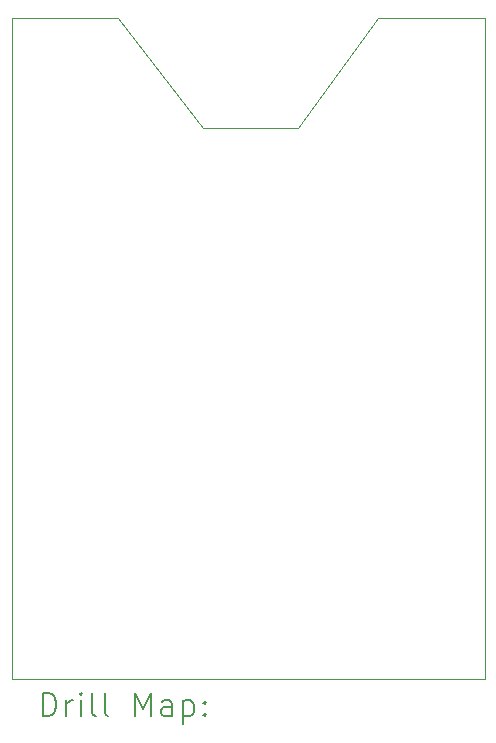
<source format=gbr>
%TF.GenerationSoftware,KiCad,Pcbnew,9.0.0*%
%TF.CreationDate,2025-04-04T06:59:11-07:00*%
%TF.ProjectId,XBee Pro THT Mounting PCB,58426565-2050-4726-9f20-544854204d6f,rev?*%
%TF.SameCoordinates,Original*%
%TF.FileFunction,Drillmap*%
%TF.FilePolarity,Positive*%
%FSLAX45Y45*%
G04 Gerber Fmt 4.5, Leading zero omitted, Abs format (unit mm)*
G04 Created by KiCad (PCBNEW 9.0.0) date 2025-04-04 06:59:11*
%MOMM*%
%LPD*%
G01*
G04 APERTURE LIST*
%ADD10C,0.050000*%
%ADD11C,0.200000*%
G04 APERTURE END LIST*
D10*
X12330000Y-6810000D02*
X11530000Y-6810000D01*
X9910000Y-11480000D02*
X13910000Y-11480000D01*
X13910000Y-11480000D02*
X13910000Y-5880000D01*
X13910000Y-5880000D02*
X13010000Y-5880000D01*
X9910000Y-5880000D02*
X9910000Y-11480000D01*
X12330000Y-6810000D02*
X13010000Y-5880000D01*
X10810000Y-5880000D02*
X9910000Y-5880000D01*
X11530000Y-6810000D02*
X10810000Y-5880000D01*
D11*
X10168277Y-11793984D02*
X10168277Y-11593984D01*
X10168277Y-11593984D02*
X10215896Y-11593984D01*
X10215896Y-11593984D02*
X10244467Y-11603508D01*
X10244467Y-11603508D02*
X10263515Y-11622555D01*
X10263515Y-11622555D02*
X10273039Y-11641603D01*
X10273039Y-11641603D02*
X10282563Y-11679698D01*
X10282563Y-11679698D02*
X10282563Y-11708269D01*
X10282563Y-11708269D02*
X10273039Y-11746365D01*
X10273039Y-11746365D02*
X10263515Y-11765412D01*
X10263515Y-11765412D02*
X10244467Y-11784460D01*
X10244467Y-11784460D02*
X10215896Y-11793984D01*
X10215896Y-11793984D02*
X10168277Y-11793984D01*
X10368277Y-11793984D02*
X10368277Y-11660650D01*
X10368277Y-11698746D02*
X10377801Y-11679698D01*
X10377801Y-11679698D02*
X10387324Y-11670174D01*
X10387324Y-11670174D02*
X10406372Y-11660650D01*
X10406372Y-11660650D02*
X10425420Y-11660650D01*
X10492086Y-11793984D02*
X10492086Y-11660650D01*
X10492086Y-11593984D02*
X10482563Y-11603508D01*
X10482563Y-11603508D02*
X10492086Y-11613031D01*
X10492086Y-11613031D02*
X10501610Y-11603508D01*
X10501610Y-11603508D02*
X10492086Y-11593984D01*
X10492086Y-11593984D02*
X10492086Y-11613031D01*
X10615896Y-11793984D02*
X10596848Y-11784460D01*
X10596848Y-11784460D02*
X10587324Y-11765412D01*
X10587324Y-11765412D02*
X10587324Y-11593984D01*
X10720658Y-11793984D02*
X10701610Y-11784460D01*
X10701610Y-11784460D02*
X10692086Y-11765412D01*
X10692086Y-11765412D02*
X10692086Y-11593984D01*
X10949229Y-11793984D02*
X10949229Y-11593984D01*
X10949229Y-11593984D02*
X11015896Y-11736841D01*
X11015896Y-11736841D02*
X11082563Y-11593984D01*
X11082563Y-11593984D02*
X11082563Y-11793984D01*
X11263515Y-11793984D02*
X11263515Y-11689222D01*
X11263515Y-11689222D02*
X11253991Y-11670174D01*
X11253991Y-11670174D02*
X11234943Y-11660650D01*
X11234943Y-11660650D02*
X11196848Y-11660650D01*
X11196848Y-11660650D02*
X11177801Y-11670174D01*
X11263515Y-11784460D02*
X11244467Y-11793984D01*
X11244467Y-11793984D02*
X11196848Y-11793984D01*
X11196848Y-11793984D02*
X11177801Y-11784460D01*
X11177801Y-11784460D02*
X11168277Y-11765412D01*
X11168277Y-11765412D02*
X11168277Y-11746365D01*
X11168277Y-11746365D02*
X11177801Y-11727317D01*
X11177801Y-11727317D02*
X11196848Y-11717793D01*
X11196848Y-11717793D02*
X11244467Y-11717793D01*
X11244467Y-11717793D02*
X11263515Y-11708269D01*
X11358753Y-11660650D02*
X11358753Y-11860650D01*
X11358753Y-11670174D02*
X11377801Y-11660650D01*
X11377801Y-11660650D02*
X11415896Y-11660650D01*
X11415896Y-11660650D02*
X11434943Y-11670174D01*
X11434943Y-11670174D02*
X11444467Y-11679698D01*
X11444467Y-11679698D02*
X11453991Y-11698746D01*
X11453991Y-11698746D02*
X11453991Y-11755888D01*
X11453991Y-11755888D02*
X11444467Y-11774936D01*
X11444467Y-11774936D02*
X11434943Y-11784460D01*
X11434943Y-11784460D02*
X11415896Y-11793984D01*
X11415896Y-11793984D02*
X11377801Y-11793984D01*
X11377801Y-11793984D02*
X11358753Y-11784460D01*
X11539705Y-11774936D02*
X11549229Y-11784460D01*
X11549229Y-11784460D02*
X11539705Y-11793984D01*
X11539705Y-11793984D02*
X11530182Y-11784460D01*
X11530182Y-11784460D02*
X11539705Y-11774936D01*
X11539705Y-11774936D02*
X11539705Y-11793984D01*
X11539705Y-11670174D02*
X11549229Y-11679698D01*
X11549229Y-11679698D02*
X11539705Y-11689222D01*
X11539705Y-11689222D02*
X11530182Y-11679698D01*
X11530182Y-11679698D02*
X11539705Y-11670174D01*
X11539705Y-11670174D02*
X11539705Y-11689222D01*
M02*

</source>
